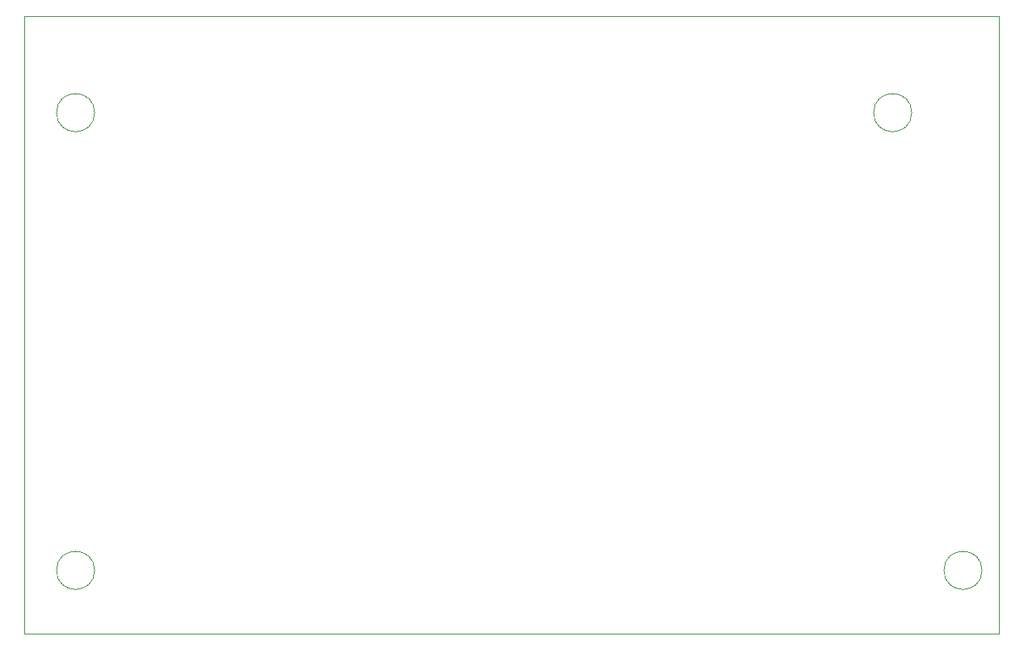
<source format=gm1>
%TF.GenerationSoftware,KiCad,Pcbnew,9.0.2*%
%TF.CreationDate,2025-07-11T23:58:14-07:00*%
%TF.ProjectId,motherboard,6d6f7468-6572-4626-9f61-72642e6b6963,rev?*%
%TF.SameCoordinates,Original*%
%TF.FileFunction,Profile,NP*%
%FSLAX46Y46*%
G04 Gerber Fmt 4.6, Leading zero omitted, Abs format (unit mm)*
G04 Created by KiCad (PCBNEW 9.0.2) date 2025-07-11 23:58:14*
%MOMM*%
%LPD*%
G01*
G04 APERTURE LIST*
%TA.AperFunction,Profile*%
%ADD10C,0.050000*%
%TD*%
G04 APERTURE END LIST*
D10*
X105378000Y-22098000D02*
G75*
G02*
X101378000Y-22098000I-2000000J0D01*
G01*
X101378000Y-22098000D02*
G75*
G02*
X105378000Y-22098000I2000000J0D01*
G01*
X19780000Y-22098000D02*
G75*
G02*
X15780000Y-22098000I-2000000J0D01*
G01*
X15780000Y-22098000D02*
G75*
G02*
X19780000Y-22098000I2000000J0D01*
G01*
X12446000Y-11938000D02*
X114554000Y-11938000D01*
X114554000Y-76708000D01*
X12446000Y-76708000D01*
X12446000Y-11938000D01*
X19780000Y-70104000D02*
G75*
G02*
X15780000Y-70104000I-2000000J0D01*
G01*
X15780000Y-70104000D02*
G75*
G02*
X19780000Y-70104000I2000000J0D01*
G01*
X112744000Y-70104000D02*
G75*
G02*
X108744000Y-70104000I-2000000J0D01*
G01*
X108744000Y-70104000D02*
G75*
G02*
X112744000Y-70104000I2000000J0D01*
G01*
M02*

</source>
